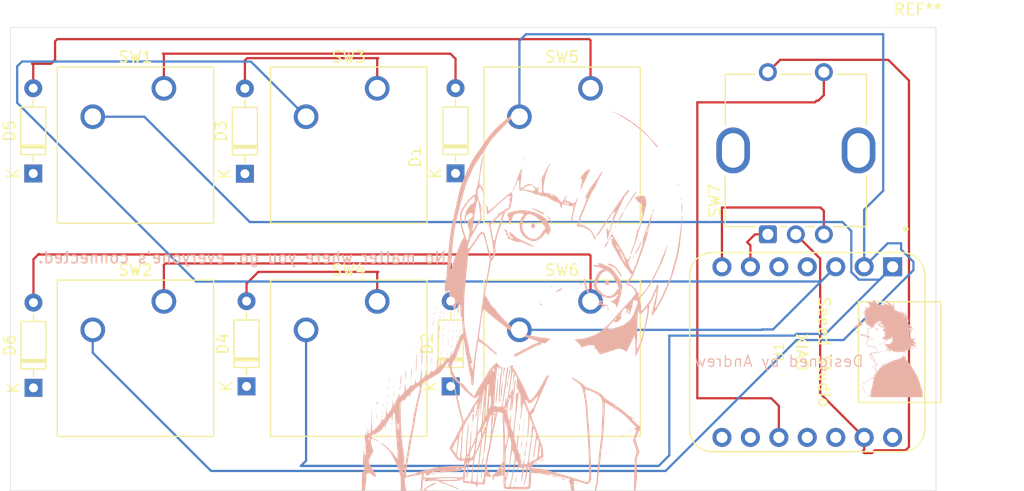
<source format=kicad_pcb>
(kicad_pcb (version 20240108) (generator "pcbnew") (generator_version "8.0")
  (layers (0 "F.Cu" signal) (31 "B.Cu" signal) (34 "B.Paste" user) (35 "F.Paste" user) (36 "B.SilkS" user "B.Silkscreen") (37 "F.SilkS" user "F.Silkscreen") (38 "B.Mask" user) (39 "F.Mask" user) (44 "Edge.Cuts" user))
  (net 0 "")
  (net 1 "Row 1")
  (net 2 "Net-(D1-A)")
  (net 3 "Net-(D2-A)")
  (net 4 "Net-(D3-A)")
  (net 5 "Net-(D4-A)")
  (net 6 "Row 2")
  (net 7 "Net-(D5-A)")
  (net 8 "Net-(D6-A)")
  (net 9 "Column 1")
  (net 10 "Column 2")
  (net 11 "Column 3")
  (net 12 "GND")
  (net 13 "Net-(U1-PA9_A5_D5_SCL)")
  (net 14 "Net-(U1-PB08_A6_D6_TX)")
  (net 20 "Net-(U1-PA5_A9_D9_MISO)")
  (footprint "Button_Switch_Keyboard:SW_Cherry_MX_1.00u_PCB" (layer "F.Cu") (at 133.23 65.58)
    (property "Reference" "SW1" (at -2.54 -2.794 0) (layer "F.SilkS"))
    (property "Value" "SW_Push")
    (pad "" np_thru_hole circle (at -7.62 5.08) (size 1.7 1.7) (drill 1.7) (layers "*.Cu" "*.Mask"))
    (pad "" np_thru_hole circle (at -2.54 5.08) (size 4 4) (drill 4) (layers "*.Cu" "*.Mask"))
    (pad "" np_thru_hole circle (at 2.54 5.08) (size 1.7 1.7) (drill 1.7) (layers "*.Cu" "*.Mask"))
    (pad "1" thru_hole circle (at 0 0) (size 2.2 2.2) (drill 1.5) (layers "*.Cu" "*.Mask") (net 2 "Net-(D1-A)"))
    (pad "2" thru_hole circle (at -6.35 2.54) (size 2.2 2.2) (drill 1.5) (layers "*.Cu" "*.Mask") (net 9 "Column 1"))
  )
  (footprint "" (layer "F.Cu") (at 121.165 61.735)
    (property "Reference" "" (at 0 0 0) (layer "F.SilkS") (effects (font (size 1.27 1.27))))
    (property "Value" "")
    (pad "" np_thru_hole circle (at 0 0) (size 2.2 2.2) (drill 2.2) (layers "*.Cu" "*.Mask"))
  )
  (footprint "Diode_THT:D_DO-35_SOD27_P7.62mm_Horizontal" (layer "F.Cu") (at 140.465 73.215 90)
    (property "Reference" "D3" (at 3.81 -2.12 90) (layer "F.SilkS"))
    (property "Value" "1N4148")
    (fp_text user "K" (at 0 -1.8 90) (layer "F.SilkS"))
    (pad "1" thru_hole rect (at 0 0 90) (size 1.6 1.6) (drill 0.8) (layers "*.Cu" "*.Mask") (net 1 "Row 1"))
    (pad "2" thru_hole oval (at 7.62 0 90) (size 1.6 1.6) (drill 0.8) (layers "*.Cu" "*.Mask") (net 4 "Net-(D3-A)"))
  )
  (footprint "Button_Switch_Keyboard:SW_Cherry_MX_1.00u_PCB" (layer "F.Cu") (at 171.33 84.63)
    (property "Reference" "SW6" (at -2.54 -2.794 0) (layer "F.SilkS"))
    (property "Value" "SW_Push")
    (pad "" np_thru_hole circle (at -7.62 5.08) (size 1.7 1.7) (drill 1.7) (layers "*.Cu" "*.Mask"))
    (pad "" np_thru_hole circle (at -2.54 5.08) (size 4 4) (drill 4) (layers "*.Cu" "*.Mask"))
    (pad "" np_thru_hole circle (at 2.54 5.08) (size 1.7 1.7) (drill 1.7) (layers "*.Cu" "*.Mask"))
    (pad "1" thru_hole circle (at 0 0) (size 2.2 2.2) (drill 1.5) (layers "*.Cu" "*.Mask") (net 8 "Net-(D6-A)"))
    (pad "2" thru_hole circle (at -6.35 2.54) (size 2.2 2.2) (drill 1.5) (layers "*.Cu" "*.Mask") (net 11 "Column 3"))
  )
  (footprint "" (layer "F.Cu") (at 200.565 99.535)
    (property "Reference" "" (at 0 0 0) (layer "F.SilkS") (effects (font (size 1.27 1.27))))
    (property "Value" "")
    (pad "" np_thru_hole circle (at 0 0) (size 2.2 2.2) (drill 2.2) (layers "*.Cu" "*.Mask"))
  )
  (footprint "" (layer "F.Cu") (at 121.165 99.535)
    (property "Reference" "" (at 0 0 0) (layer "F.SilkS") (effects (font (size 1.27 1.27))))
    (property "Value" "")
    (pad "" np_thru_hole circle (at 0 0) (size 2.2 2.2) (drill 2.2) (layers "*.Cu" "*.Mask"))
  )
  (footprint "Rotary_Encoder:RotaryEncoder_Bourns_Vertical_PEC12R-3x17F-Sxxxx" (layer "F.Cu") (at 187.165 78.635 90)
    (property "Reference" "SW7" (at 3 -4.75 90) (layer "F.SilkS"))
    (property "Value" "RotaryEncoder_Switch")
    (pad "A" thru_hole roundrect (at 0 0 90) (size 1.6 1.6) (drill 1) (layers "*.Cu" "*.Mask") (roundrect_rratio 0.15625) (net 13 "Net-(U1-PA9_A5_D5_SCL)"))
    (pad "B" thru_hole circle (at 0 5 90) (size 1.6 1.6) (drill 1) (layers "*.Cu" "*.Mask") (net 14 "Net-(U1-PB08_A6_D6_TX)"))
    (pad "C" thru_hole circle (at 0 2.5 90) (size 1.6 1.6) (drill 1) (layers "*.Cu" "*.Mask") (net 12 "GND"))
    (pad "S1" thru_hole circle (at 14.5 0 90) (size 1.6 1.6) (drill 1) (layers "*.Cu" "*.Mask") (net 12 "GND"))
    (pad "S2" thru_hole circle (at 14.5 5 90) (size 1.6 1.6) (drill 1) (layers "*.Cu" "*.Mask") (net 20 "Net-(U1-PA5_A9_D9_MISO)"))
    (pad "SH" thru_hole oval (at 7.5 -3.1 90) (size 4.1 3) (drill oval 3.1 2) (layers "*.Cu" "*.Mask"))
    (pad "SH" thru_hole oval (at 7.5 8.1 90) (size 4.1 3) (drill oval 3.1 2) (layers "*.Cu" "*.Mask"))
  )
  (footprint "Button_Switch_Keyboard:SW_Cherry_MX_1.00u_PCB" (layer "F.Cu") (at 152.28 65.58)
    (property "Reference" "SW3" (at -2.54 -2.794 0) (layer "F.SilkS"))
    (property "Value" "SW_Push")
    (pad "" np_thru_hole circle (at -7.62 5.08) (size 1.7 1.7) (drill 1.7) (layers "*.Cu" "*.Mask"))
    (pad "" np_thru_hole circle (at -2.54 5.08) (size 4 4) (drill 4) (layers "*.Cu" "*.Mask"))
    (pad "" np_thru_hole circle (at 2.54 5.08) (size 1.7 1.7) (drill 1.7) (layers "*.Cu" "*.Mask"))
    (pad "1" thru_hole circle (at 0 0) (size 2.2 2.2) (drill 1.5) (layers "*.Cu" "*.Mask") (net 4 "Net-(D3-A)"))
    (pad "2" thru_hole circle (at -6.35 2.54) (size 2.2 2.2) (drill 1.5) (layers "*.Cu" "*.Mask") (net 11 "Column 3"))
  )
  (footprint "MountingHole:MountingHole_2.2mm_M2" (layer "F.Cu") (at 200.565 61.735)
    (property "Reference" "REF**" (at 0 -3.2 0) (layer "F.SilkS"))
    (property "Value" "MountingHole_2.2mm_M2")
    (pad "" np_thru_hole circle (at 0 0) (size 2.2 2.2) (drill 2.2) (layers "*.Cu" "*.Mask"))
  )
  (footprint "Seeed Studio XIAO Series Library:XIAO-Generic-Thruhole-14P-2.54-21X17.8MM" (layer "F.Cu") (at 190.685 89.16 -90)
    (property "Reference" "U1" (at 0 2.54 90) (layer "F.SilkS") (effects (font (size 0.889 0.889) (thickness 0.1016))))
    (property "Value" "Seeed Studio XIAO SAMD21" (hide yes))
    (fp_text user "XIAO" (at 0 0.5 -90) (layer "F.SilkS"))
    (fp_text user "Seeed Studio" (at 0 -1.5 -90) (layer "F.SilkS"))
    (pad "1" thru_hole rect (at -7.625 -7.62 270) (size 1.7 1.7) (drill 1) (layers "*.Cu" "*.Mask") (net 9 "Column 1"))
    (pad "2" thru_hole circle (at -7.625 -5.08 270) (size 1.7 1.7) (drill 1) (layers "*.Cu" "*.Mask") (net 10 "Column 2"))
    (pad "3" thru_hole circle (at -7.625 -2.54 270) (size 1.7 1.7) (drill 1) (layers "*.Cu" "*.Mask") (net 11 "Column 3"))
    (pad "4" thru_hole circle (at -7.625 0 270) (size 1.7 1.7) (drill 1) (layers "*.Cu" "*.Mask") (net 1 "Row 1"))
    (pad "5" thru_hole circle (at -7.625 2.54 270) (size 1.7 1.7) (drill 1) (layers "*.Cu" "*.Mask") (net 6 "Row 2"))
    (pad "6" thru_hole circle (at -7.625 5.08 90) (size 1.7 1.7) (drill 1) (layers "*.Cu" "*.Mask") (net 13 "Net-(U1-PA9_A5_D5_SCL)"))
    (pad "7" thru_hole circle (at -7.625 7.62 270) (size 1.7 1.7) (drill 1) (layers "*.Cu" "*.Mask") (net 14 "Net-(U1-PB08_A6_D6_TX)"))
    (pad "8" thru_hole circle (at 7.625 7.62 270) (size 1.7 1.7) (drill 1) (layers "*.Cu" "*.Mask"))
    (pad "9" thru_hole circle (at 7.625 5.08 270) (size 1.7 1.7) (drill 1) (layers "*.Cu" "*.Mask"))
    (pad "10" thru_hole circle (at 7.625 2.54 270) (size 1.7 1.7) (drill 1) (layers "*.Cu" "*.Mask") (net 20 "Net-(U1-PA5_A9_D9_MISO)"))
    (pad "11" thru_hole circle (at 7.625 0 270) (size 1.7 1.7) (drill 1) (layers "*.Cu" "*.Mask"))
    (pad "12" thru_hole circle (at 7.625 -2.54 270) (size 1.7 1.7) (drill 1) (layers "*.Cu" "*.Mask"))
    (pad "13" thru_hole circle (at 7.625 -5.08 270) (size 1.7 1.7) (drill 1) (layers "*.Cu" "*.Mask") (net 12 "GND"))
    (pad "14" thru_hole circle (at 7.625 -7.62 270) (size 1.7 1.7) (drill 1) (layers "*.Cu" "*.Mask"))
  )
  (footprint "Button_Switch_Keyboard:SW_Cherry_MX_1.00u_PCB" (layer "F.Cu") (at 133.23 84.63)
    (property "Reference" "SW2" (at -2.54 -2.794 0) (layer "F.SilkS"))
    (property "Value" "SW_Push")
    (pad "" np_thru_hole circle (at -7.62 5.08) (size 1.7 1.7) (drill 1.7) (layers "*.Cu" "*.Mask"))
    (pad "" np_thru_hole circle (at -2.54 5.08) (size 4 4) (drill 4) (layers "*.Cu" "*.Mask"))
    (pad "" np_thru_hole circle (at 2.54 5.08) (size 1.7 1.7) (drill 1.7) (layers "*.Cu" "*.Mask"))
    (pad "1" thru_hole circle (at 0 0) (size 2.2 2.2) (drill 1.5) (layers "*.Cu" "*.Mask") (net 3 "Net-(D2-A)"))
    (pad "2" thru_hole circle (at -6.35 2.54) (size 2.2 2.2) (drill 1.5) (layers "*.Cu" "*.Mask") (net 10 "Column 2"))
  )
  (footprint "Diode_THT:D_DO-35_SOD27_P7.62mm_Horizontal" (layer "F.Cu") (at 158.845 92.225 90)
    (property "Reference" "D2" (at 3.81 -2.12 90) (layer "F.SilkS"))
    (property "Value" "1N4148")
    (fp_text user "K" (at 0 -1.8 90) (layer "F.SilkS"))
    (pad "1" thru_hole rect (at 0 0 90) (size 1.6 1.6) (drill 0.8) (layers "*.Cu" "*.Mask") (net 1 "Row 1"))
    (pad "2" thru_hole oval (at 7.62 0 90) (size 1.6 1.6) (drill 0.8) (layers "*.Cu" "*.Mask") (net 3 "Net-(D2-A)"))
  )
  (footprint "Button_Switch_Keyboard:SW_Cherry_MX_1.00u_PCB" (layer "F.Cu") (at 171.33 65.58)
    (property "Reference" "SW5" (at -2.54 -2.794 0) (layer "F.SilkS"))
    (property "Value" "SW_Push")
    (pad "" np_thru_hole circle (at -7.62 5.08) (size 1.7 1.7) (drill 1.7) (layers "*.Cu" "*.Mask"))
    (pad "" np_thru_hole circle (at -2.54 5.08) (size 4 4) (drill 4) (layers "*.Cu" "*.Mask"))
    (pad "" np_thru_hole circle (at 2.54 5.08) (size 1.7 1.7) (drill 1.7) (layers "*.Cu" "*.Mask"))
    (pad "1" thru_hole circle (at 0 0) (size 2.2 2.2) (drill 1.5) (layers "*.Cu" "*.Mask") (net 7 "Net-(D5-A)"))
    (pad "2" thru_hole circle (at -6.35 2.54) (size 2.2 2.2) (drill 1.5) (layers "*.Cu" "*.Mask") (net 10 "Column 2"))
  )
  (footprint "Diode_THT:D_DO-35_SOD27_P7.62mm_Horizontal" (layer "F.Cu") (at 121.585 92.355 90)
    (property "Reference" "D6" (at 3.81 -2.12 90) (layer "F.SilkS"))
    (property "Value" "1N4148")
    (fp_text user "K" (at 0 -1.8 90) (layer "F.SilkS"))
    (pad "1" thru_hole rect (at 0 0 90) (size 1.6 1.6) (drill 0.8) (layers "*.Cu" "*.Mask") (net 6 "Row 2"))
    (pad "2" thru_hole oval (at 7.62 0 90) (size 1.6 1.6) (drill 0.8) (layers "*.Cu" "*.Mask") (net 8 "Net-(D6-A)"))
  )
  (footprint "Diode_THT:D_DO-35_SOD27_P7.62mm_Horizontal" (layer "F.Cu") (at 159.275 73.185 90)
    (property "Reference" "D1" (at 1.485 -3.61 90) (layer "F.SilkS"))
    (property "Value" "1N4148")
    (fp_text user "K" (at 0 -1.8 90) (layer "F.SilkS"))
    (pad "1" thru_hole rect (at 0 0 90) (size 1.6 1.6) (drill 0.8) (layers "*.Cu" "*.Mask") (net 1 "Row 1"))
    (pad "2" thru_hole oval (at 7.62 0 90) (size 1.6 1.6) (drill 0.8) (layers "*.Cu" "*.Mask") (net 2 "Net-(D1-A)"))
  )
  (footprint "Button_Switch_Keyboard:SW_Cherry_MX_1.00u_PCB" (layer "F.Cu") (at 152.28 84.63)
    (property "Reference" "SW4" (at -2.54 -2.794 0) (layer "F.SilkS"))
    (property "Value" "SW_Push")
    (pad "" np_thru_hole circle (at -7.62 5.08) (size 1.7 1.7) (drill 1.7) (layers "*.Cu" "*.Mask"))
    (pad "" np_thru_hole circle (at -2.54 5.08) (size 4 4) (drill 4) (layers "*.Cu" "*.Mask"))
    (pad "" np_thru_hole circle (at 2.54 5.08) (size 1.7 1.7) (drill 1.7) (layers "*.Cu" "*.Mask"))
    (pad "1" thru_hole circle (at 0 0) (size 2.2 2.2) (drill 1.5) (layers "*.Cu" "*.Mask") (net 5 "Net-(D4-A)"))
    (pad "2" thru_hole circle (at -6.35 2.54) (size 2.2 2.2) (drill 1.5) (layers "*.Cu" "*.Mask") (net 9 "Column 1"))
  )
  (footprint "Diode_THT:D_DO-35_SOD27_P7.62mm_Horizontal" (layer "F.Cu") (at 140.615 92.225 90)
    (property "Reference" "D4" (at 3.81 -2.12 90) (layer "F.SilkS"))
    (property "Value" "1N4148")
    (fp_text user "K" (at 0 -1.8 90) (layer "F.SilkS"))
    (pad "1" thru_hole rect (at 0 0 90) (size 1.6 1.6) (drill 0.8) (layers "*.Cu" "*.Mask") (net 6 "Row 2"))
    (pad "2" thru_hole oval (at 7.62 0 90) (size 1.6 1.6) (drill 0.8) (layers "*.Cu" "*.Mask") (net 5 "Net-(D4-A)"))
  )
  (footprint "Diode_THT:D_DO-35_SOD27_P7.62mm_Horizontal" (layer "F.Cu") (at 121.565 73.195 90)
    (property "Reference" "D5" (at 3.81 -2.12 90) (layer "F.SilkS"))
    (property "Value" "1N4148")
    (fp_text user "K" (at 0 -1.8 90) (layer "F.SilkS"))
    (pad "1" thru_hole rect (at 0 0 90) (size 1.6 1.6) (drill 0.8) (layers "*.Cu" "*.Mask") (net 6 "Row 2"))
    (pad "2" thru_hole oval (at 7.62 0 90) (size 1.6 1.6) (drill 0.8) (layers "*.Cu" "*.Mask") (net 7 "Net-(D5-A)"))
  )
  (footprint "DecalFoot:Spike" (layer "B.Cu") (at 198.292666 88.397429 180)
    (property "Reference" "G***" (hide yes))
    (property "Value" "LOGO" (hide yes))
  )
  (footprint "DecalFoot:LAINLAINLAIN" (layer "B.Cu") (at 165.936569 84.606536 180)
    (property "Reference" "G***" (hide yes))
    (property "Value" "LOGO" (hide yes))
  )
  (gr_rect (start 119.530865 60.1485) (end 202.175 101.5615) (stroke (width 0.05)) (fill none) (layer "Edge.Cuts"))
  (gr_text "No matter where you go, everyone's connected." (at 158.539623 81.30051 0) (layer "B.SilkS") (effects (font (size 1 1)) (justify left bottom mirror)))
  (gr_text "Designed by Andrew" (at 195.775 90.565 0) (layer "B.SilkS") (effects (font (size 1 1) (thickness 0.1)) (justify left bottom mirror)))
  (segment (start 158.815 62.485) (end 159.275 62.945) (width 0.2) (layer "F.Cu") (net 2))
  (segment (start 133.23 65.58) (end 133.23 62.55) (width 0.2) (layer "F.Cu") (net 2))
  (segment (start 133.23 62.55) (end 133.165 62.485) (width 0.2) (layer "F.Cu") (net 2))
  (segment (start 133.165 62.485) (end 158.815 62.485) (width 0.2) (layer "F.Cu") (net 2))
  (segment (start 159.275 62.945) (end 159.275 65.565) (width 0.2) (layer "F.Cu") (net 2))
  (segment (start 158.845 84.605) (end 158.845 81.265) (width 0.2) (layer "F.Cu") (net 3))
  (segment (start 133.365 81.235) (end 133.23 81.37) (width 0.2) (layer "F.Cu") (net 3))
  (segment (start 158.815 81.235) (end 133.365 81.235) (width 0.2) (layer "F.Cu") (net 3))
  (segment (start 133.23 81.37) (end 133.23 84.63) (width 0.2) (layer "F.Cu") (net 3))
  (segment (start 158.845 81.265) (end 158.815 81.235) (width 0.2) (layer "F.Cu") (net 3))
  (segment (start 152.28 62.97) (end 152.365 62.885) (width 0.2) (layer "F.Cu") (net 4))
  (segment (start 140.465 63.085) (end 140.465 65.595) (width 0.2) (layer "F.Cu") (net 4))
  (segment (start 152.28 65.58) (end 152.28 62.97) (width 0.2) (layer "F.Cu") (net 4))
  (segment (start 140.665 62.885) (end 140.465 63.085) (width 0.2) (layer "F.Cu") (net 4))
  (segment (start 152.365 62.885) (end 140.665 62.885) (width 0.2) (layer "F.Cu") (net 4))
  (segment (start 152.365 81.985) (end 141.665 81.985) (width 0.2) (layer "F.Cu") (net 5))
  (segment (start 152.28 82.07) (end 152.365 81.985) (width 0.2) (layer "F.Cu") (net 5))
  (segment (start 141.665 81.985) (end 140.615 83.035) (width 0.2) (layer "F.Cu") (net 5))
  (segment (start 140.615 83.035) (end 140.615 84.605) (width 0.2) (layer "F.Cu") (net 5))
  (segment (start 152.28 84.63) (end 152.28 82.07) (width 0.2) (layer "F.Cu") (net 5))
  (segment (start 171.215 61.185) (end 123.715 61.185) (width 0.2) (layer "F.Cu") (net 7))
  (segment (start 171.33 65.58) (end 171.33 61.3) (width 0.2) (layer "F.Cu") (net 7))
  (segment (start 121.565 63.485) (end 121.565 65.575) (width 0.2) (layer "F.Cu") (net 7))
  (segment (start 123.515 63.035) (end 123.165 63.385) (width 0.2) (layer "F.Cu") (net 7))
  (segment (start 171.33 61.3) (end 171.215 61.185) (width 0.2) (layer "F.Cu") (net 7))
  (segment (start 121.465 63.385) (end 121.565 63.485) (width 0.2) (layer "F.Cu") (net 7))
  (segment (start 123.515 61.385) (end 123.515 63.035) (width 0.2) (layer "F.Cu") (net 7))
  (segment (start 123.715 61.185) (end 123.515 61.385) (width 0.2) (layer "F.Cu") (net 7))
  (segment (start 123.165 63.385) (end 121.465 63.385) (width 0.2) (layer "F.Cu") (net 7))
  (segment (start 171.33 84.63) (end 171.33 80.55) (width 0.2) (layer "F.Cu") (net 8))
  (segment (start 122.115 80.435) (end 122.065 80.385) (width 0.2) (layer "F.Cu") (net 8))
  (segment (start 171.33 80.55) (end 171.215 80.435) (width 0.2) (layer "F.Cu") (net 8))
  (segment (start 171.215 80.435) (end 122.115 80.435) (width 0.2) (layer "F.Cu") (net 8))
  (segment (start 122.065 80.385) (end 121.585 80.865) (width 0.2) (layer "F.Cu") (net 8))
  (segment (start 121.585 80.865) (end 121.585 84.735) (width 0.2) (layer "F.Cu") (net 8))
  (segment (start 145.93 87.17) (end 145.93 98.87) (width 0.2) (layer "B.Cu") (net 9))
  (segment (start 177.415 99.335) (end 178.365 98.385) (width 0.2) (layer "B.Cu") (net 9))
  (segment (start 189.715 87.535) (end 192.305 87.535) (width 0.2) (layer "B.Cu") (net 9))
  (segment (start 145.93 98.87) (end 145.465 99.335) (width 0.2) (layer "B.Cu") (net 9))
  (segment (start 140.905 77.535) (end 193.815 77.535) (width 0.2) (layer "B.Cu") (net 9))
  (segment (start 194.615 78.335) (end 194.615 82.011346) (width 0.2) (layer "B.Cu") (net 9))
  (segment (start 192.305 87.535) (end 198.305 81.535) (width 0.2) (layer "B.Cu") (net 9))
  (segment (start 197.155 82.685) (end 198.305 81.535) (width 0.2) (layer "B.Cu") (net 9))
  (segment (start 189.565 87.685) (end 189.715 87.535) (width 0.2) (layer "B.Cu") (net 9))
  (segment (start 178.365 98.385) (end 178.365 87.685) (width 0.2) (layer "B.Cu") (net 9))
  (segment (start 126.88 68.12) (end 131.49 68.12) (width 0.2) (layer "B.Cu") (net 9))
  (segment (start 195.288654 82.685) (end 197.155 82.685) (width 0.2) (layer "B.Cu") (net 9))
  (segment (start 193.815 77.535) (end 194.615 78.335) (width 0.2) (layer "B.Cu") (net 9))
  (segment (start 194.615 82.011346) (end 195.288654 82.685) (width 0.2) (layer "B.Cu") (net 9))
  (segment (start 131.49 68.12) (end 140.905 77.535) (width 0.2) (layer "B.Cu") (net 9))
  (segment (start 145.465 99.335) (end 177.415 99.335) (width 0.2) (layer "B.Cu") (net 9))
  (segment (start 178.365 87.685) (end 189.565 87.685) (width 0.2) (layer "B.Cu") (net 9))
  (segment (start 197.465 74.735) (end 195.765 76.435) (width 0.2) (layer "B.Cu") (net 10))
  (segment (start 164.98 68.12) (end 164.98 61.3335) (width 0.2) (layer "B.Cu") (net 10))
  (segment (start 164.98 61.3335) (end 165.565 60.7485) (width 0.2) (layer "B.Cu") (net 10))
  (segment (start 193.915 88.085) (end 200.165 81.835) (width 0.2) (layer "B.Cu") (net 10))
  (segment (start 189.730685 88.085) (end 193.915 88.085) (width 0.2) (layer "B.Cu") (net 10))
  (segment (start 165.565 60.7485) (end 197.465 60.7485) (width 0.2) (layer "B.Cu") (net 10))
  (segment (start 199.065 79.995) (end 199.065 79.435) (width 0.2) (layer "B.Cu") (net 10))
  (segment (start 199.065 79.435) (end 197.865 79.435) (width 0.2) (layer "B.Cu") (net 10))
  (segment (start 195.765 76.435) (end 195.765 81.535) (width 0.2) (layer "B.Cu") (net 10))
  (segment (start 126.88 87.17) (end 126.88 89.223402) (width 0.2) (layer "B.Cu") (net 10))
  (segment (start 126.88 89.223402) (end 137.441598 99.785) (width 0.2) (layer "B.Cu") (net 10))
  (segment (start 197.465 60.7485) (end 197.465 74.735) (width 0.2) (layer "B.Cu") (net 10))
  (segment (start 137.441598 99.785) (end 178.030685 99.785) (width 0.2) (layer "B.Cu") (net 10))
  (segment (start 178.030685 99.785) (end 189.730685 88.085) (width 0.2) (layer "B.Cu") (net 10))
  (segment (start 200.165 81.095) (end 199.065 79.995) (width 0.2) (layer "B.Cu") (net 10))
  (segment (start 200.165 81.835) (end 200.165 81.095) (width 0.2) (layer "B.Cu") (net 10))
  (segment (start 197.865 79.435) (end 195.765 81.535) (width 0.2) (layer "B.Cu") (net 10))
  (segment (start 120.56439 63.185) (end 120.130865 63.618525) (width 0.2) (layer "B.Cu") (net 11))
  (segment (start 186.63 87.17) (end 186.665 87.135) (width 0.2) (layer "B.Cu") (net 11))
  (segment (start 191.909315 82.850685) (end 193.225 81.535) (width 0.2) (layer "B.Cu") (net 11))
  (segment (start 120.130865 63.618525) (end 120.130865 66.877921) (width 0.2) (layer "B.Cu") (net 11))
  (segment (start 136.103629 82.850685) (end 191.909315 82.850685) (width 0.2) (layer "B.Cu") (net 11))
  (segment (start 140.995 63.185) (end 120.56439 63.185) (width 0.2) (layer "B.Cu") (net 11))
  (segment (start 187.625 87.135) (end 193.225 81.535) (width 0.2) (layer "B.Cu") (net 11))
  (segment (start 164.98 87.17) (end 186.63 87.17) (width 0.2) (layer "B.Cu") (net 11))
  (segment (start 145.93 68.12) (end 140.995 63.185) (width 0.2) (layer "B.Cu") (net 11))
  (segment (start 186.665 87.135) (end 187.625 87.135) (width 0.2) (layer "B.Cu") (net 11))
  (segment (start 120.130865 66.877921) (end 136.103629 82.850685) (width 0.2) (layer "B.Cu") (net 11))
  (segment (start 196.715 97.935) (end 196.465 98.185) (width 0.2) (layer "F.Cu") (net 12))
  (segment (start 195.765 98.185) (end 195.615 98.035) (width 0.2) (layer "F.Cu") (net 12))
  (segment (start 195.765 97.885) (end 195.765 96.785) (width 0.2) (layer "F.Cu") (net 12))
  (segment (start 199.465 97.935) (end 196.715 97.935) (width 0.2) (layer "F.Cu") (net 12))
  (segment (start 196.465 98.185) (end 195.765 98.185) (width 0.2) (layer "F.Cu") (net 12))
  (segment (start 191.835 92.855) (end 195.765 96.785) (width 0.2) (layer "F.Cu") (net 12))
  (segment (start 189.665 78.635) (end 191.835 80.805) (width 0.2) (layer "F.Cu") (net 12))
  (segment (start 199.765 64.885) (end 199.765 97.635) (width 0.2) (layer "F.Cu") (net 12))
  (segment (start 188.265 63.035) (end 197.915 63.035) (width 0.2) (layer "F.Cu") (net 12))
  (segment (start 191.835 80.805) (end 191.835 92.855) (width 0.2) (layer "F.Cu") (net 12))
  (segment (start 195.615 98.035) (end 195.765 97.885) (width 0.2) (layer "F.Cu") (net 12))
  (segment (start 187.165 64.135) (end 188.265 63.035) (width 0.2) (layer "F.Cu") (net 12))
  (segment (start 199.765 97.635) (end 199.465 97.935) (width 0.2) (layer "F.Cu") (net 12))
  (segment (start 197.915 63.035) (end 199.765 64.885) (width 0.2) (layer "F.Cu") (net 12))
  (segment (start 185.315 79.335) (end 185.605 79.625) (width 0.2) (layer "F.Cu") (net 13))
  (segment (start 186.015 78.635) (end 185.315 79.335) (width 0.2) (layer "F.Cu") (net 13))
  (segment (start 185.605 79.625) (end 185.605 81.535) (width 0.2) (layer "F.Cu") (net 13))
  (segment (start 187.165 78.635) (end 186.015 78.635) (width 0.2) (layer "F.Cu") (net 13))
  (segment (start 192.165 78.635) (end 192.165 76.535) (width 0.2) (layer "F.Cu") (net 14))
  (segment (start 183.065 76.235) (end 183.065 81.535) (width 0.2) (layer "F.Cu") (net 14))
  (segment (start 191.865 76.235) (end 183.065 76.235) (width 0.2) (layer "F.Cu") (net 14))
  (segment (start 192.165 76.535) (end 191.865 76.235) (width 0.2) (layer "F.Cu") (net 14))
  (segment (start 180.865 93.285) (end 187.465 93.285) (width 0.2) (layer "F.Cu") (net 20))
  (segment (start 191.665 66.685) (end 191.515 66.685) (width 0.2) (layer "F.Cu") (net 20))
  (segment (start 191.515 66.685) (end 191.365 66.835) (width 0.2) (layer "F.Cu") (net 20))
  (segment (start 187.465 93.285) (end 188.145 93.965) (width 0.2) (layer "F.Cu") (net 20))
  (segment (start 191.365 66.835) (end 180.865 66.835) (width 0.2) (layer "F.Cu") (net 20))
  (segment (start 192.165 66.185) (end 191.665 66.685) (width 0.2) (layer "F.Cu") (net 20))
  (segment (start 188.145 93.965) (end 188.145 96.785) (width 0.2) (layer "F.Cu") (net 20))
  (segment (start 192.165 64.135) (end 192.165 66.185) (width 0.2) (layer "F.Cu") (net 20))
  (segment (start 180.865 66.835) (end 180.865 93.285) (width 0.2) (layer "F.Cu") (net 20))
)
</source>
